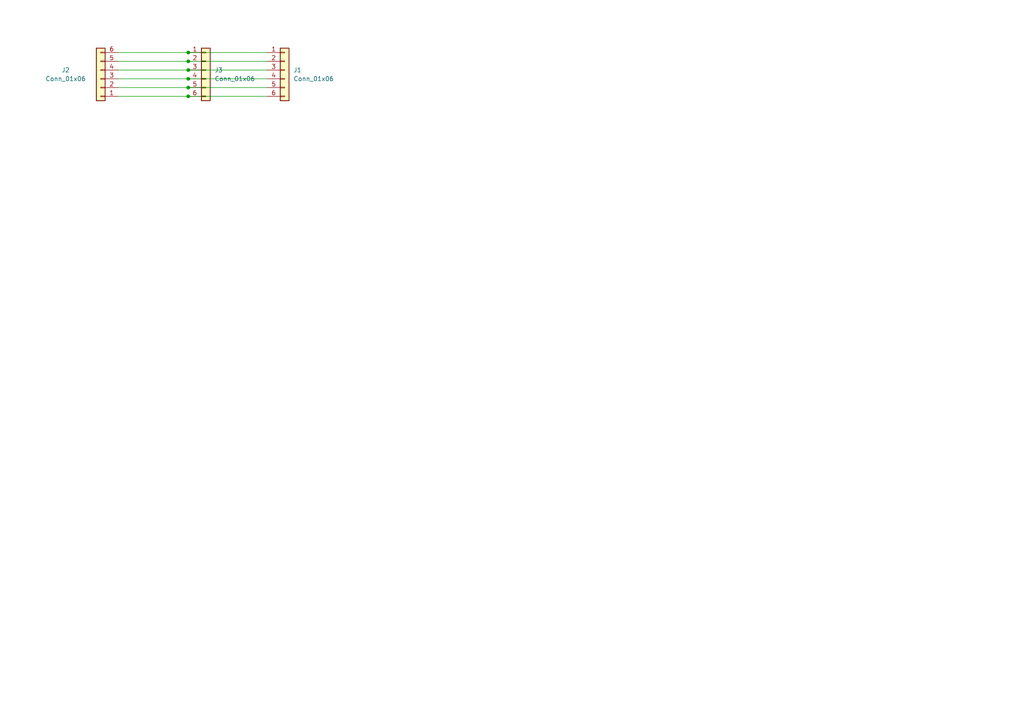
<source format=kicad_sch>
(kicad_sch (version 20231120) (generator "eeschema") (generator_version "8.0")
  (paper "A4")
  (lib_symbols
    (symbol "Connector_Generic:Conn_01x06" (pin_names (offset 1.016) hide)
      (property "Reference" "J" (at 0 7.62 0))
      (property "Value" "Conn_01x06" (at 0 -10.16 0))
      (symbol "Conn_01x06_1_1"
        (rectangle (start -1.27 -7.493) (end 0 -7.747) (stroke (width 0.1524)))
        (rectangle (start -1.27 -4.953) (end 0 -5.207) (stroke (width 0.1524)))
        (rectangle (start -1.27 -2.413) (end 0 -2.667) (stroke (width 0.1524)))
        (rectangle (start -1.27 0.127) (end 0 -0.127) (stroke (width 0.1524)))
        (rectangle (start -1.27 2.667) (end 0 2.413) (stroke (width 0.1524)))
        (rectangle (start -1.27 5.207) (end 0 4.953) (stroke (width 0.1524)))
        (rectangle (start -1.27 6.35) (end 1.27 -8.89) (stroke (width 0.254)) (fill (type background)))
        (pin passive line (at -5.08 5.08 0) (length 3.81) (name "Pin_1") (number "1"))
        (pin passive line (at -5.08 2.54 0) (length 3.81) (name "Pin_2") (number "2"))
        (pin passive line (at -5.08 0 0) (length 3.81) (name "Pin_3") (number "3"))
        (pin passive line (at -5.08 -2.54 0) (length 3.81) (name "Pin_4") (number "4"))
        (pin passive line (at -5.08 -5.08 0) (length 3.81) (name "Pin_5") (number "5"))
        (pin passive line (at -5.08 -7.62 0) (length 3.81) (name "Pin_6") (number "6"))
      )
    )
  )
  (junction (at 54.61 17.78))
  (junction (at 54.61 15.24))
  (junction (at 54.61 20.32))
  (junction (at 54.61 22.86))
  (junction (at 54.61 25.4))
  (junction (at 54.61 27.94))
  (wire (pts (xy 77.47 25.4) (xy 54.61 25.4)))
  (wire (pts (xy 77.47 20.32) (xy 54.61 20.32)))
  (wire (pts (xy 77.47 22.86) (xy 54.61 22.86)))
  (wire (pts (xy 54.61 15.24) (xy 34.29 15.24)))
  (wire (pts (xy 54.61 25.4) (xy 34.29 25.4)))
  (wire (pts (xy 77.47 17.78) (xy 54.61 17.78)))
  (wire (pts (xy 77.47 15.24) (xy 54.61 15.24)))
  (wire (pts (xy 54.61 20.32) (xy 34.29 20.32)))
  (wire (pts (xy 54.61 27.94) (xy 34.29 27.94)))
  (wire (pts (xy 77.47 27.94) (xy 54.61 27.94)))
  (wire (pts (xy 54.61 17.78) (xy 34.29 17.78)))
  (wire (pts (xy 54.61 22.86) (xy 34.29 22.86)))
  (symbol (lib_id "Connector_Generic:Conn_01x06") (at 82.55 20.32 0) (unit 1)
    (property "Reference" "J1" (at 85.09 20.3199 0) (effects (justify left)))
    (property "Value" "Conn_01x06" (at 85.09 22.8599 0) (effects (justify left)))
    (property "Footprint" "Connector_PinHeader_2.54mm:PinHeader_1x06_P2.54mm_Vertical" (effects (hide yes)))
    (property "Description" "Generic connector, single row, 01x06, script generated (kicad-library-utils/schlib/autogen/connector/)" (effects (hide yes)))
  )
  (symbol (lib_id "Connector_Generic:Conn_01x06") (at 29.21 22.86 180) (unit 1)
    (property "Reference" "J2" (at 19.05 20.32 0))
    (property "Value" "Conn_01x06" (at 19.05 22.86 0))
    (property "Footprint" "Connector_PinHeader_2.54mm:PinHeader_1x06_P2.54mm_Vertical" (effects (hide yes)))
    (property "Description" "Generic connector, single row, 01x06, script generated (kicad-library-utils/schlib/autogen/connector/)" (effects (hide yes)))
  )
  (symbol (lib_id "Connector_Generic:Conn_01x06") (at 59.69 20.32 0) (unit 1)
    (property "Reference" "J3" (at 62.23 20.3199 0) (effects (justify left)))
    (property "Value" "Conn_01x06" (at 62.23 22.8599 0) (effects (justify left)))
    (property "Footprint" "Connector_PinHeader_2.54mm:PinHeader_1x06_P2.54mm_Vertical" (effects (hide yes)))
    (property "Description" "Generic connector, single row, 01x06, script generated (kicad-library-utils/schlib/autogen/connector/)" (effects (hide yes)))
  )
)
</source>
